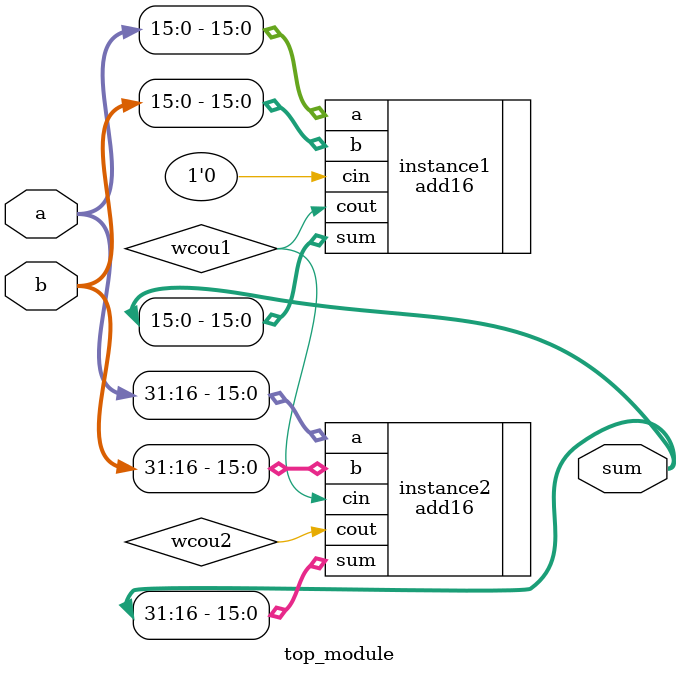
<source format=v>
module top_module(
    input  [31:0]a,b,
    output [31:0]sum
);

wire wcou1,wcou2;
// add16 instance1(a[15:0],b[15:0],0,sum[15:0],wcou1);
add16 instance1( .a(a[15:0]), .b(b[15:0]),  .cin(1'b0),   .sum(sum[15:0]), .cout(wcou1)  )  ;
//name 할때는 괄호 바깥이 인스턴스모듈 속안에 있는거

add16 instance2( .a(a[31:16]), .b(b[31:16]), .cin(wcou1), .sum(sum[31:16]), .cout(wcou2) );




endmodule

</source>
